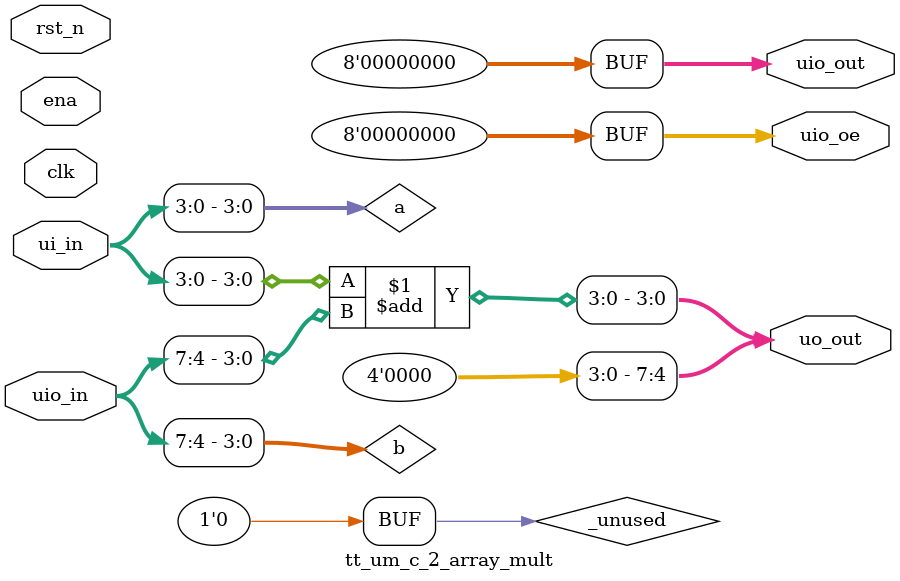
<source format=v>
/*
 * Copyright (c) 2024 Your Name
 * SPDX-License-Identifier: Apache-2.0
 */

`default_nettype none

module tt_um_c_2_array_mult (
    input  wire [7:0] ui_in,    // Dedicated inputs
    output wire [7:0] uo_out,   // Dedicated outputs
    input  wire [7:0] uio_in,   // IOs: Input path
    output wire [7:0] uio_out,  // IOs: Output path
    output wire [7:0] uio_oe,   // IOs: Enable path (active high: 0=input, 1=output)
    input  wire       ena,      // always 1 when the design is powered, so you can ignore it
    input  wire       clk,      // clock
    input  wire       rst_n     // reset_n - low to reset
);

  // All output pins must be assigned. If not used, assign to 0.
  wire [3:0] a, b, c;
  assign a = ui_in[3:0];
  assign b = uio_in[7:4];


  assign uio_out = 0;
  assign uio_oe  = 0;

  assign uo_out[7:4] = 4'b0;
  assign  uo_out[3:0] = a + b;
  // List all unused inputs to prevent warnings
  wire _unused = &{ena, clk, rst_n, 1'b0, uio_in};
endmodule

</source>
